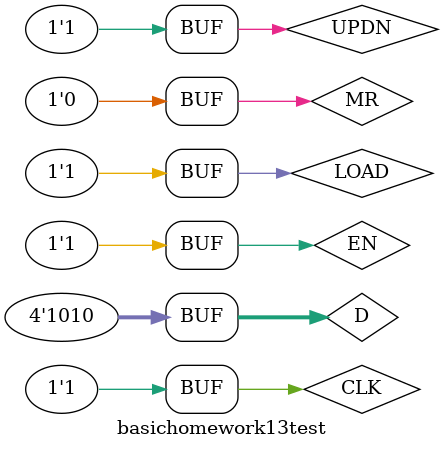
<source format=v>
`timescale 1ns / 1ps


module basichomework13test;

	// Inputs
	reg MR;
	reg LOAD;
	reg EN;
	reg UPDN;
	reg CLK;
	reg [3:0] D;

	// Outputs
	wire [3:0] QN;
	wire CO;

	// Instantiate the Unit Under Test (UUT)
	basichomework13 uut (
		.MR(MR), 
		.LOAD(LOAD), 
		.EN(EN), 
		.UPDN(UPDN), 
		.CLK(CLK), 
		.QN(QN), 
		.CO(CO), 
		.D(D)
	);

	initial begin
		// Initialize Inputs
		MR = 0;
		LOAD = 0;
		EN = 0;
		UPDN = 0;
		CLK = 0;
		D = 0;

		// Wait 100 ns for global reset to finish
		#100;
        
		// Add stimulus here
		#100;
		MR<=1;
		CLK<=1;
		
		#100;
		CLK<=0;
		MR<=0;
		LOAD<=0;
		
		#100;
		D<=4'b1010;
		
		#100;
		CLK<=1;
		
		#100;
		CLK<=0;
		MR<=0;
		LOAD<=1;
		EN<=1;
		
		#100;
		UPDN<=0;
		
		#100;
		CLK<=0;
		MR<=1;
		
		#100;
		MR<=0;
		UPDN<=1;
		CLK<=1;
		
		#100;
		UPDN<=0;
		CLK<=0;
		LOAD<=1;
		EN<=1;
		
		#100;
		CLK<=1;
		
		#100;
		CLK<=0;
		
		#100;
		UPDN<=1;
		CLK<=1;
	end
      
endmodule


</source>
